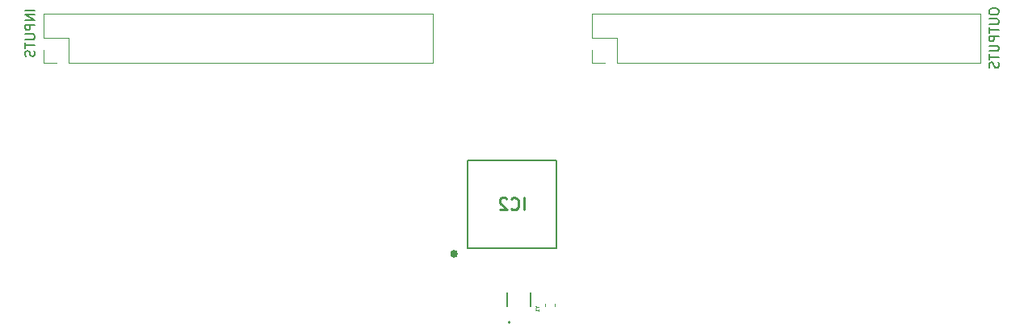
<source format=gbr>
%TF.GenerationSoftware,KiCad,Pcbnew,6.0.7-f9a2dced07~116~ubuntu22.04.1*%
%TF.CreationDate,2022-08-21T16:12:59+02:00*%
%TF.ProjectId,cpld,63706c64-2e6b-4696-9361-645f70636258,rev?*%
%TF.SameCoordinates,Original*%
%TF.FileFunction,Legend,Bot*%
%TF.FilePolarity,Positive*%
%FSLAX46Y46*%
G04 Gerber Fmt 4.6, Leading zero omitted, Abs format (unit mm)*
G04 Created by KiCad (PCBNEW 6.0.7-f9a2dced07~116~ubuntu22.04.1) date 2022-08-21 16:12:59*
%MOMM*%
%LPD*%
G01*
G04 APERTURE LIST*
%ADD10C,0.254000*%
%ADD11C,0.150000*%
%ADD12C,0.080120*%
%ADD13C,0.200000*%
%ADD14C,0.400000*%
%ADD15C,0.120000*%
%ADD16C,0.127000*%
G04 APERTURE END LIST*
D10*
%TO.C,IC2*%
X142339761Y-86574523D02*
X142339761Y-85304523D01*
X141009285Y-86453571D02*
X141069761Y-86514047D01*
X141251190Y-86574523D01*
X141372142Y-86574523D01*
X141553571Y-86514047D01*
X141674523Y-86393095D01*
X141735000Y-86272142D01*
X141795476Y-86030238D01*
X141795476Y-85848809D01*
X141735000Y-85606904D01*
X141674523Y-85485952D01*
X141553571Y-85365000D01*
X141372142Y-85304523D01*
X141251190Y-85304523D01*
X141069761Y-85365000D01*
X141009285Y-85425476D01*
X140525476Y-85425476D02*
X140465000Y-85365000D01*
X140344047Y-85304523D01*
X140041666Y-85304523D01*
X139920714Y-85365000D01*
X139860238Y-85425476D01*
X139799761Y-85546428D01*
X139799761Y-85667380D01*
X139860238Y-85848809D01*
X140585952Y-86574523D01*
X139799761Y-86574523D01*
D11*
%TO.C,J2*%
X91052380Y-65595238D02*
X90052380Y-65595238D01*
X91052380Y-66071428D02*
X90052380Y-66071428D01*
X91052380Y-66642857D01*
X90052380Y-66642857D01*
X91052380Y-67119047D02*
X90052380Y-67119047D01*
X90052380Y-67500000D01*
X90100000Y-67595238D01*
X90147619Y-67642857D01*
X90242857Y-67690476D01*
X90385714Y-67690476D01*
X90480952Y-67642857D01*
X90528571Y-67595238D01*
X90576190Y-67500000D01*
X90576190Y-67119047D01*
X90052380Y-68119047D02*
X90861904Y-68119047D01*
X90957142Y-68166666D01*
X91004761Y-68214285D01*
X91052380Y-68309523D01*
X91052380Y-68500000D01*
X91004761Y-68595238D01*
X90957142Y-68642857D01*
X90861904Y-68690476D01*
X90052380Y-68690476D01*
X90052380Y-69023809D02*
X90052380Y-69595238D01*
X91052380Y-69309523D02*
X90052380Y-69309523D01*
X91004761Y-69880952D02*
X91052380Y-70023809D01*
X91052380Y-70261904D01*
X91004761Y-70357142D01*
X90957142Y-70404761D01*
X90861904Y-70452380D01*
X90766666Y-70452380D01*
X90671428Y-70404761D01*
X90623809Y-70357142D01*
X90576190Y-70261904D01*
X90528571Y-70071428D01*
X90480952Y-69976190D01*
X90433333Y-69928571D01*
X90338095Y-69880952D01*
X90242857Y-69880952D01*
X90147619Y-69928571D01*
X90100000Y-69976190D01*
X90052380Y-70071428D01*
X90052380Y-70309523D01*
X90100000Y-70452380D01*
D12*
%TO.C,Y1*%
X143721464Y-96815368D02*
X143874074Y-96815368D01*
X143553594Y-96708541D02*
X143721464Y-96815368D01*
X143553594Y-96922195D01*
X143874074Y-97196892D02*
X143874074Y-97013760D01*
X143874074Y-97105326D02*
X143553594Y-97105326D01*
X143599376Y-97074804D01*
X143629898Y-97044282D01*
X143645159Y-97013760D01*
D11*
%TO.C,J3*%
X191122380Y-65649047D02*
X191122380Y-65839523D01*
X191170000Y-65934761D01*
X191265238Y-66030000D01*
X191455714Y-66077619D01*
X191789047Y-66077619D01*
X191979523Y-66030000D01*
X192074761Y-65934761D01*
X192122380Y-65839523D01*
X192122380Y-65649047D01*
X192074761Y-65553809D01*
X191979523Y-65458571D01*
X191789047Y-65410952D01*
X191455714Y-65410952D01*
X191265238Y-65458571D01*
X191170000Y-65553809D01*
X191122380Y-65649047D01*
X191122380Y-66506190D02*
X191931904Y-66506190D01*
X192027142Y-66553809D01*
X192074761Y-66601428D01*
X192122380Y-66696666D01*
X192122380Y-66887142D01*
X192074761Y-66982380D01*
X192027142Y-67030000D01*
X191931904Y-67077619D01*
X191122380Y-67077619D01*
X191122380Y-67410952D02*
X191122380Y-67982380D01*
X192122380Y-67696666D02*
X191122380Y-67696666D01*
X192122380Y-68315714D02*
X191122380Y-68315714D01*
X191122380Y-68696666D01*
X191170000Y-68791904D01*
X191217619Y-68839523D01*
X191312857Y-68887142D01*
X191455714Y-68887142D01*
X191550952Y-68839523D01*
X191598571Y-68791904D01*
X191646190Y-68696666D01*
X191646190Y-68315714D01*
X191122380Y-69315714D02*
X191931904Y-69315714D01*
X192027142Y-69363333D01*
X192074761Y-69410952D01*
X192122380Y-69506190D01*
X192122380Y-69696666D01*
X192074761Y-69791904D01*
X192027142Y-69839523D01*
X191931904Y-69887142D01*
X191122380Y-69887142D01*
X191122380Y-70220476D02*
X191122380Y-70791904D01*
X192122380Y-70506190D02*
X191122380Y-70506190D01*
X192074761Y-71077619D02*
X192122380Y-71220476D01*
X192122380Y-71458571D01*
X192074761Y-71553809D01*
X192027142Y-71601428D01*
X191931904Y-71649047D01*
X191836666Y-71649047D01*
X191741428Y-71601428D01*
X191693809Y-71553809D01*
X191646190Y-71458571D01*
X191598571Y-71268095D01*
X191550952Y-71172857D01*
X191503333Y-71125238D01*
X191408095Y-71077619D01*
X191312857Y-71077619D01*
X191217619Y-71125238D01*
X191170000Y-71172857D01*
X191122380Y-71268095D01*
X191122380Y-71506190D01*
X191170000Y-71649047D01*
D13*
%TO.C,IC2*%
X145750000Y-81350000D02*
X136450000Y-81350000D01*
X136450000Y-90650000D02*
X145750000Y-90650000D01*
X136450000Y-81350000D02*
X136450000Y-90650000D01*
X145750000Y-90650000D02*
X145750000Y-81350000D01*
D14*
X135225000Y-91200000D02*
G75*
G03*
X135225000Y-91200000I-200000J0D01*
G01*
D15*
%TO.C,J2*%
X92020000Y-71130000D02*
X93350000Y-71130000D01*
X92020000Y-69800000D02*
X92020000Y-71130000D01*
X92020000Y-65930000D02*
X92020000Y-68530000D01*
X92020000Y-65930000D02*
X132780000Y-65930000D01*
X92020000Y-68530000D02*
X94620000Y-68530000D01*
X94620000Y-71130000D02*
X132780000Y-71130000D01*
X94620000Y-68530000D02*
X94620000Y-71130000D01*
X132780000Y-65930000D02*
X132780000Y-71130000D01*
D16*
%TO.C,Y1*%
X140550000Y-96687500D02*
X140550000Y-95277500D01*
X143050000Y-96687500D02*
X143050000Y-95277500D01*
D13*
X140900000Y-98382500D02*
G75*
G03*
X140900000Y-98382500I-100000J0D01*
G01*
D15*
%TO.C,J3*%
X149470000Y-65930000D02*
X190230000Y-65930000D01*
X149470000Y-69800000D02*
X149470000Y-71130000D01*
X149470000Y-65930000D02*
X149470000Y-68530000D01*
X190230000Y-65930000D02*
X190230000Y-71130000D01*
X149470000Y-71130000D02*
X150800000Y-71130000D01*
X152070000Y-71130000D02*
X190230000Y-71130000D01*
X152070000Y-68530000D02*
X152070000Y-71130000D01*
X149470000Y-68530000D02*
X152070000Y-68530000D01*
%TO.C,C9*%
X144590000Y-96459420D02*
X144590000Y-96740580D01*
X145610000Y-96459420D02*
X145610000Y-96740580D01*
%TD*%
M02*

</source>
